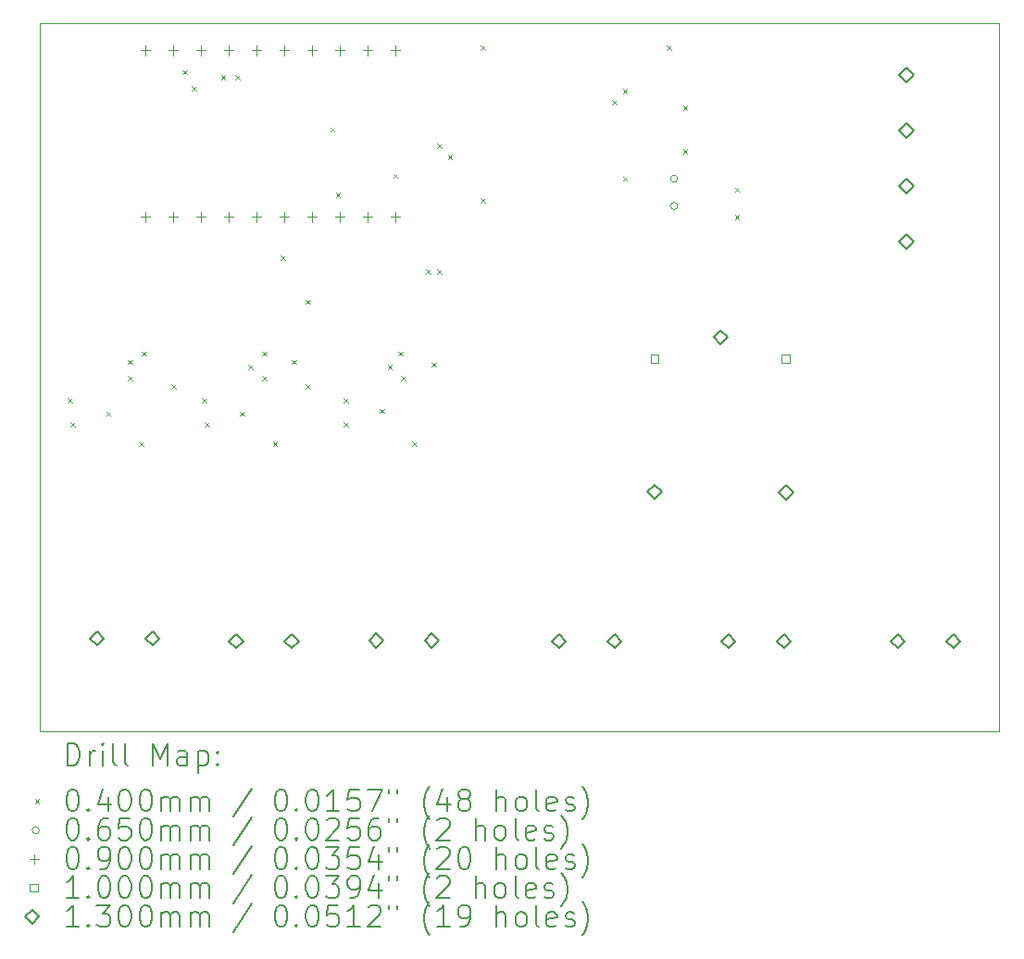
<source format=gbr>
%TF.GenerationSoftware,KiCad,Pcbnew,(6.0.9)*%
%TF.CreationDate,2023-01-04T20:07:10-05:00*%
%TF.ProjectId,Hardware-TinyPicoLoRaTrailer,48617264-7761-4726-952d-54696e795069,rev?*%
%TF.SameCoordinates,Original*%
%TF.FileFunction,Drillmap*%
%TF.FilePolarity,Positive*%
%FSLAX45Y45*%
G04 Gerber Fmt 4.5, Leading zero omitted, Abs format (unit mm)*
G04 Created by KiCad (PCBNEW (6.0.9)) date 2023-01-04 20:07:10*
%MOMM*%
%LPD*%
G01*
G04 APERTURE LIST*
%ADD10C,0.100000*%
%ADD11C,0.200000*%
%ADD12C,0.040000*%
%ADD13C,0.065000*%
%ADD14C,0.090000*%
%ADD15C,0.130000*%
G04 APERTURE END LIST*
D10*
X5825000Y-13500000D02*
X14600000Y-13500000D01*
X14600000Y-13500000D02*
X14600000Y-7025000D01*
X14600000Y-7025000D02*
X5825000Y-7025000D01*
X5825000Y-7025000D02*
X5825000Y-13500000D01*
D11*
D12*
X6080000Y-10455000D02*
X6120000Y-10495000D01*
X6120000Y-10455000D02*
X6080000Y-10495000D01*
X6105000Y-10680000D02*
X6145000Y-10720000D01*
X6145000Y-10680000D02*
X6105000Y-10720000D01*
X6430000Y-10580000D02*
X6470000Y-10620000D01*
X6470000Y-10580000D02*
X6430000Y-10620000D01*
X6630000Y-10105000D02*
X6670000Y-10145000D01*
X6670000Y-10105000D02*
X6630000Y-10145000D01*
X6630000Y-10255000D02*
X6670000Y-10295000D01*
X6670000Y-10255000D02*
X6630000Y-10295000D01*
X6730035Y-10855000D02*
X6770035Y-10895000D01*
X6770035Y-10855000D02*
X6730035Y-10895000D01*
X6755000Y-10030000D02*
X6795000Y-10070000D01*
X6795000Y-10030000D02*
X6755000Y-10070000D01*
X7030000Y-10330000D02*
X7070000Y-10370000D01*
X7070000Y-10330000D02*
X7030000Y-10370000D01*
X7130000Y-7455000D02*
X7170000Y-7495000D01*
X7170000Y-7455000D02*
X7130000Y-7495000D01*
X7211250Y-7603770D02*
X7251250Y-7643770D01*
X7251250Y-7603770D02*
X7211250Y-7643770D01*
X7305000Y-10455000D02*
X7345000Y-10495000D01*
X7345000Y-10455000D02*
X7305000Y-10495000D01*
X7330000Y-10680000D02*
X7370000Y-10720000D01*
X7370000Y-10680000D02*
X7330000Y-10720000D01*
X7480000Y-7505000D02*
X7520000Y-7545000D01*
X7520000Y-7505000D02*
X7480000Y-7545000D01*
X7611250Y-7505000D02*
X7651250Y-7545000D01*
X7651250Y-7505000D02*
X7611250Y-7545000D01*
X7655000Y-10580000D02*
X7695000Y-10620000D01*
X7695000Y-10580000D02*
X7655000Y-10620000D01*
X7730000Y-10155000D02*
X7770000Y-10195000D01*
X7770000Y-10155000D02*
X7730000Y-10195000D01*
X7855000Y-10030000D02*
X7895000Y-10070000D01*
X7895000Y-10030000D02*
X7855000Y-10070000D01*
X7855000Y-10255000D02*
X7895000Y-10295000D01*
X7895000Y-10255000D02*
X7855000Y-10295000D01*
X7955000Y-10855000D02*
X7995000Y-10895000D01*
X7995000Y-10855000D02*
X7955000Y-10895000D01*
X8030000Y-9155000D02*
X8070000Y-9195000D01*
X8070000Y-9155000D02*
X8030000Y-9195000D01*
X8130000Y-10105000D02*
X8170000Y-10145000D01*
X8170000Y-10105000D02*
X8130000Y-10145000D01*
X8255000Y-9555000D02*
X8295000Y-9595000D01*
X8295000Y-9555000D02*
X8255000Y-9595000D01*
X8255000Y-10330000D02*
X8295000Y-10370000D01*
X8295000Y-10330000D02*
X8255000Y-10370000D01*
X8480000Y-7980000D02*
X8520000Y-8020000D01*
X8520000Y-7980000D02*
X8480000Y-8020000D01*
X8530000Y-8580000D02*
X8570000Y-8620000D01*
X8570000Y-8580000D02*
X8530000Y-8620000D01*
X8605000Y-10455000D02*
X8645000Y-10495000D01*
X8645000Y-10455000D02*
X8605000Y-10495000D01*
X8605000Y-10680000D02*
X8645000Y-10720000D01*
X8645000Y-10680000D02*
X8605000Y-10720000D01*
X8930000Y-10555000D02*
X8970000Y-10595000D01*
X8970000Y-10555000D02*
X8930000Y-10595000D01*
X9005000Y-10155000D02*
X9045000Y-10195000D01*
X9045000Y-10155000D02*
X9005000Y-10195000D01*
X9055000Y-8405000D02*
X9095000Y-8445000D01*
X9095000Y-8405000D02*
X9055000Y-8445000D01*
X9105000Y-10030000D02*
X9145000Y-10070000D01*
X9145000Y-10030000D02*
X9105000Y-10070000D01*
X9130000Y-10255000D02*
X9170000Y-10295000D01*
X9170000Y-10255000D02*
X9130000Y-10295000D01*
X9230000Y-10855000D02*
X9270000Y-10895000D01*
X9270000Y-10855000D02*
X9230000Y-10895000D01*
X9355000Y-9280000D02*
X9395000Y-9320000D01*
X9395000Y-9280000D02*
X9355000Y-9320000D01*
X9405000Y-10130000D02*
X9445000Y-10170000D01*
X9445000Y-10130000D02*
X9405000Y-10170000D01*
X9455000Y-8130000D02*
X9495000Y-8170000D01*
X9495000Y-8130000D02*
X9455000Y-8170000D01*
X9455000Y-9280000D02*
X9495000Y-9320000D01*
X9495000Y-9280000D02*
X9455000Y-9320000D01*
X9555000Y-8230000D02*
X9595000Y-8270000D01*
X9595000Y-8230000D02*
X9555000Y-8270000D01*
X9855000Y-7230000D02*
X9895000Y-7270000D01*
X9895000Y-7230000D02*
X9855000Y-7270000D01*
X9855000Y-8630000D02*
X9895000Y-8670000D01*
X9895000Y-8630000D02*
X9855000Y-8670000D01*
X11055000Y-7730000D02*
X11095000Y-7770000D01*
X11095000Y-7730000D02*
X11055000Y-7770000D01*
X11155000Y-7630000D02*
X11195000Y-7670000D01*
X11195000Y-7630000D02*
X11155000Y-7670000D01*
X11155000Y-8430000D02*
X11195000Y-8470000D01*
X11195000Y-8430000D02*
X11155000Y-8470000D01*
X11555000Y-7230000D02*
X11595000Y-7270000D01*
X11595000Y-7230000D02*
X11555000Y-7270000D01*
X11705000Y-7780000D02*
X11745000Y-7820000D01*
X11745000Y-7780000D02*
X11705000Y-7820000D01*
X11705000Y-8180000D02*
X11745000Y-8220000D01*
X11745000Y-8180000D02*
X11705000Y-8220000D01*
X12180000Y-8530000D02*
X12220000Y-8570000D01*
X12220000Y-8530000D02*
X12180000Y-8570000D01*
X12180000Y-8780000D02*
X12220000Y-8820000D01*
X12220000Y-8780000D02*
X12180000Y-8820000D01*
D13*
X11657500Y-8450000D02*
G75*
G03*
X11657500Y-8450000I-32500J0D01*
G01*
X11657500Y-8700000D02*
G75*
G03*
X11657500Y-8700000I-32500J0D01*
G01*
D14*
X6790250Y-7229500D02*
X6790250Y-7319500D01*
X6745250Y-7274500D02*
X6835250Y-7274500D01*
X6790250Y-8753500D02*
X6790250Y-8843500D01*
X6745250Y-8798500D02*
X6835250Y-8798500D01*
X7044250Y-7229500D02*
X7044250Y-7319500D01*
X6999250Y-7274500D02*
X7089250Y-7274500D01*
X7044250Y-8753500D02*
X7044250Y-8843500D01*
X6999250Y-8798500D02*
X7089250Y-8798500D01*
X7298250Y-7229500D02*
X7298250Y-7319500D01*
X7253250Y-7274500D02*
X7343250Y-7274500D01*
X7298250Y-8753500D02*
X7298250Y-8843500D01*
X7253250Y-8798500D02*
X7343250Y-8798500D01*
X7552250Y-7229500D02*
X7552250Y-7319500D01*
X7507250Y-7274500D02*
X7597250Y-7274500D01*
X7552250Y-8753500D02*
X7552250Y-8843500D01*
X7507250Y-8798500D02*
X7597250Y-8798500D01*
X7806250Y-7229500D02*
X7806250Y-7319500D01*
X7761250Y-7274500D02*
X7851250Y-7274500D01*
X7806250Y-8753500D02*
X7806250Y-8843500D01*
X7761250Y-8798500D02*
X7851250Y-8798500D01*
X8060250Y-7229500D02*
X8060250Y-7319500D01*
X8015250Y-7274500D02*
X8105250Y-7274500D01*
X8060250Y-8753500D02*
X8060250Y-8843500D01*
X8015250Y-8798500D02*
X8105250Y-8798500D01*
X8314250Y-7229500D02*
X8314250Y-7319500D01*
X8269250Y-7274500D02*
X8359250Y-7274500D01*
X8314250Y-8753500D02*
X8314250Y-8843500D01*
X8269250Y-8798500D02*
X8359250Y-8798500D01*
X8568250Y-7229500D02*
X8568250Y-7319500D01*
X8523250Y-7274500D02*
X8613250Y-7274500D01*
X8568250Y-8753500D02*
X8568250Y-8843500D01*
X8523250Y-8798500D02*
X8613250Y-8798500D01*
X8822250Y-7229500D02*
X8822250Y-7319500D01*
X8777250Y-7274500D02*
X8867250Y-7274500D01*
X8822250Y-8753500D02*
X8822250Y-8843500D01*
X8777250Y-8798500D02*
X8867250Y-8798500D01*
X9076250Y-7229500D02*
X9076250Y-7319500D01*
X9031250Y-7274500D02*
X9121250Y-7274500D01*
X9076250Y-8753500D02*
X9076250Y-8843500D01*
X9031250Y-8798500D02*
X9121250Y-8798500D01*
D10*
X11480356Y-10130356D02*
X11480356Y-10059644D01*
X11409644Y-10059644D01*
X11409644Y-10130356D01*
X11480356Y-10130356D01*
X12680356Y-10130356D02*
X12680356Y-10059644D01*
X12609644Y-10059644D01*
X12609644Y-10130356D01*
X12680356Y-10130356D01*
D15*
X6345500Y-12720500D02*
X6410500Y-12655500D01*
X6345500Y-12590500D01*
X6280500Y-12655500D01*
X6345500Y-12720500D01*
X6853500Y-12720500D02*
X6918500Y-12655500D01*
X6853500Y-12590500D01*
X6788500Y-12655500D01*
X6853500Y-12720500D01*
X7620500Y-12745500D02*
X7685500Y-12680500D01*
X7620500Y-12615500D01*
X7555500Y-12680500D01*
X7620500Y-12745500D01*
X8128500Y-12745500D02*
X8193500Y-12680500D01*
X8128500Y-12615500D01*
X8063500Y-12680500D01*
X8128500Y-12745500D01*
X8900000Y-12740000D02*
X8965000Y-12675000D01*
X8900000Y-12610000D01*
X8835000Y-12675000D01*
X8900000Y-12740000D01*
X9408000Y-12740000D02*
X9473000Y-12675000D01*
X9408000Y-12610000D01*
X9343000Y-12675000D01*
X9408000Y-12740000D01*
X10570500Y-12745500D02*
X10635500Y-12680500D01*
X10570500Y-12615500D01*
X10505500Y-12680500D01*
X10570500Y-12745500D01*
X11078500Y-12745500D02*
X11143500Y-12680500D01*
X11078500Y-12615500D01*
X11013500Y-12680500D01*
X11078500Y-12745500D01*
X11445000Y-11380000D02*
X11510000Y-11315000D01*
X11445000Y-11250000D01*
X11380000Y-11315000D01*
X11445000Y-11380000D01*
X12050000Y-9965000D02*
X12115000Y-9900000D01*
X12050000Y-9835000D01*
X11985000Y-9900000D01*
X12050000Y-9965000D01*
X12120500Y-12745500D02*
X12185500Y-12680500D01*
X12120500Y-12615500D01*
X12055500Y-12680500D01*
X12120500Y-12745500D01*
X12628500Y-12745500D02*
X12693500Y-12680500D01*
X12628500Y-12615500D01*
X12563500Y-12680500D01*
X12628500Y-12745500D01*
X12650000Y-11385000D02*
X12715000Y-11320000D01*
X12650000Y-11255000D01*
X12585000Y-11320000D01*
X12650000Y-11385000D01*
X13670500Y-12745500D02*
X13735500Y-12680500D01*
X13670500Y-12615500D01*
X13605500Y-12680500D01*
X13670500Y-12745500D01*
X13750000Y-7566000D02*
X13815000Y-7501000D01*
X13750000Y-7436000D01*
X13685000Y-7501000D01*
X13750000Y-7566000D01*
X13750000Y-8074000D02*
X13815000Y-8009000D01*
X13750000Y-7944000D01*
X13685000Y-8009000D01*
X13750000Y-8074000D01*
X13750000Y-8582000D02*
X13815000Y-8517000D01*
X13750000Y-8452000D01*
X13685000Y-8517000D01*
X13750000Y-8582000D01*
X13750000Y-9090000D02*
X13815000Y-9025000D01*
X13750000Y-8960000D01*
X13685000Y-9025000D01*
X13750000Y-9090000D01*
X14178500Y-12745500D02*
X14243500Y-12680500D01*
X14178500Y-12615500D01*
X14113500Y-12680500D01*
X14178500Y-12745500D01*
D11*
X6077619Y-13815476D02*
X6077619Y-13615476D01*
X6125238Y-13615476D01*
X6153809Y-13625000D01*
X6172857Y-13644048D01*
X6182381Y-13663095D01*
X6191905Y-13701190D01*
X6191905Y-13729762D01*
X6182381Y-13767857D01*
X6172857Y-13786905D01*
X6153809Y-13805952D01*
X6125238Y-13815476D01*
X6077619Y-13815476D01*
X6277619Y-13815476D02*
X6277619Y-13682143D01*
X6277619Y-13720238D02*
X6287143Y-13701190D01*
X6296667Y-13691667D01*
X6315714Y-13682143D01*
X6334762Y-13682143D01*
X6401428Y-13815476D02*
X6401428Y-13682143D01*
X6401428Y-13615476D02*
X6391905Y-13625000D01*
X6401428Y-13634524D01*
X6410952Y-13625000D01*
X6401428Y-13615476D01*
X6401428Y-13634524D01*
X6525238Y-13815476D02*
X6506190Y-13805952D01*
X6496667Y-13786905D01*
X6496667Y-13615476D01*
X6630000Y-13815476D02*
X6610952Y-13805952D01*
X6601428Y-13786905D01*
X6601428Y-13615476D01*
X6858571Y-13815476D02*
X6858571Y-13615476D01*
X6925238Y-13758333D01*
X6991905Y-13615476D01*
X6991905Y-13815476D01*
X7172857Y-13815476D02*
X7172857Y-13710714D01*
X7163333Y-13691667D01*
X7144286Y-13682143D01*
X7106190Y-13682143D01*
X7087143Y-13691667D01*
X7172857Y-13805952D02*
X7153809Y-13815476D01*
X7106190Y-13815476D01*
X7087143Y-13805952D01*
X7077619Y-13786905D01*
X7077619Y-13767857D01*
X7087143Y-13748809D01*
X7106190Y-13739286D01*
X7153809Y-13739286D01*
X7172857Y-13729762D01*
X7268095Y-13682143D02*
X7268095Y-13882143D01*
X7268095Y-13691667D02*
X7287143Y-13682143D01*
X7325238Y-13682143D01*
X7344286Y-13691667D01*
X7353809Y-13701190D01*
X7363333Y-13720238D01*
X7363333Y-13777381D01*
X7353809Y-13796428D01*
X7344286Y-13805952D01*
X7325238Y-13815476D01*
X7287143Y-13815476D01*
X7268095Y-13805952D01*
X7449048Y-13796428D02*
X7458571Y-13805952D01*
X7449048Y-13815476D01*
X7439524Y-13805952D01*
X7449048Y-13796428D01*
X7449048Y-13815476D01*
X7449048Y-13691667D02*
X7458571Y-13701190D01*
X7449048Y-13710714D01*
X7439524Y-13701190D01*
X7449048Y-13691667D01*
X7449048Y-13710714D01*
D12*
X5780000Y-14125000D02*
X5820000Y-14165000D01*
X5820000Y-14125000D02*
X5780000Y-14165000D01*
D11*
X6115714Y-14035476D02*
X6134762Y-14035476D01*
X6153809Y-14045000D01*
X6163333Y-14054524D01*
X6172857Y-14073571D01*
X6182381Y-14111667D01*
X6182381Y-14159286D01*
X6172857Y-14197381D01*
X6163333Y-14216428D01*
X6153809Y-14225952D01*
X6134762Y-14235476D01*
X6115714Y-14235476D01*
X6096667Y-14225952D01*
X6087143Y-14216428D01*
X6077619Y-14197381D01*
X6068095Y-14159286D01*
X6068095Y-14111667D01*
X6077619Y-14073571D01*
X6087143Y-14054524D01*
X6096667Y-14045000D01*
X6115714Y-14035476D01*
X6268095Y-14216428D02*
X6277619Y-14225952D01*
X6268095Y-14235476D01*
X6258571Y-14225952D01*
X6268095Y-14216428D01*
X6268095Y-14235476D01*
X6449048Y-14102143D02*
X6449048Y-14235476D01*
X6401428Y-14025952D02*
X6353809Y-14168809D01*
X6477619Y-14168809D01*
X6591905Y-14035476D02*
X6610952Y-14035476D01*
X6630000Y-14045000D01*
X6639524Y-14054524D01*
X6649048Y-14073571D01*
X6658571Y-14111667D01*
X6658571Y-14159286D01*
X6649048Y-14197381D01*
X6639524Y-14216428D01*
X6630000Y-14225952D01*
X6610952Y-14235476D01*
X6591905Y-14235476D01*
X6572857Y-14225952D01*
X6563333Y-14216428D01*
X6553809Y-14197381D01*
X6544286Y-14159286D01*
X6544286Y-14111667D01*
X6553809Y-14073571D01*
X6563333Y-14054524D01*
X6572857Y-14045000D01*
X6591905Y-14035476D01*
X6782381Y-14035476D02*
X6801428Y-14035476D01*
X6820476Y-14045000D01*
X6830000Y-14054524D01*
X6839524Y-14073571D01*
X6849048Y-14111667D01*
X6849048Y-14159286D01*
X6839524Y-14197381D01*
X6830000Y-14216428D01*
X6820476Y-14225952D01*
X6801428Y-14235476D01*
X6782381Y-14235476D01*
X6763333Y-14225952D01*
X6753809Y-14216428D01*
X6744286Y-14197381D01*
X6734762Y-14159286D01*
X6734762Y-14111667D01*
X6744286Y-14073571D01*
X6753809Y-14054524D01*
X6763333Y-14045000D01*
X6782381Y-14035476D01*
X6934762Y-14235476D02*
X6934762Y-14102143D01*
X6934762Y-14121190D02*
X6944286Y-14111667D01*
X6963333Y-14102143D01*
X6991905Y-14102143D01*
X7010952Y-14111667D01*
X7020476Y-14130714D01*
X7020476Y-14235476D01*
X7020476Y-14130714D02*
X7030000Y-14111667D01*
X7049048Y-14102143D01*
X7077619Y-14102143D01*
X7096667Y-14111667D01*
X7106190Y-14130714D01*
X7106190Y-14235476D01*
X7201428Y-14235476D02*
X7201428Y-14102143D01*
X7201428Y-14121190D02*
X7210952Y-14111667D01*
X7230000Y-14102143D01*
X7258571Y-14102143D01*
X7277619Y-14111667D01*
X7287143Y-14130714D01*
X7287143Y-14235476D01*
X7287143Y-14130714D02*
X7296667Y-14111667D01*
X7315714Y-14102143D01*
X7344286Y-14102143D01*
X7363333Y-14111667D01*
X7372857Y-14130714D01*
X7372857Y-14235476D01*
X7763333Y-14025952D02*
X7591905Y-14283095D01*
X8020476Y-14035476D02*
X8039524Y-14035476D01*
X8058571Y-14045000D01*
X8068095Y-14054524D01*
X8077619Y-14073571D01*
X8087143Y-14111667D01*
X8087143Y-14159286D01*
X8077619Y-14197381D01*
X8068095Y-14216428D01*
X8058571Y-14225952D01*
X8039524Y-14235476D01*
X8020476Y-14235476D01*
X8001428Y-14225952D01*
X7991905Y-14216428D01*
X7982381Y-14197381D01*
X7972857Y-14159286D01*
X7972857Y-14111667D01*
X7982381Y-14073571D01*
X7991905Y-14054524D01*
X8001428Y-14045000D01*
X8020476Y-14035476D01*
X8172857Y-14216428D02*
X8182381Y-14225952D01*
X8172857Y-14235476D01*
X8163333Y-14225952D01*
X8172857Y-14216428D01*
X8172857Y-14235476D01*
X8306190Y-14035476D02*
X8325238Y-14035476D01*
X8344286Y-14045000D01*
X8353809Y-14054524D01*
X8363333Y-14073571D01*
X8372857Y-14111667D01*
X8372857Y-14159286D01*
X8363333Y-14197381D01*
X8353809Y-14216428D01*
X8344286Y-14225952D01*
X8325238Y-14235476D01*
X8306190Y-14235476D01*
X8287143Y-14225952D01*
X8277619Y-14216428D01*
X8268095Y-14197381D01*
X8258571Y-14159286D01*
X8258571Y-14111667D01*
X8268095Y-14073571D01*
X8277619Y-14054524D01*
X8287143Y-14045000D01*
X8306190Y-14035476D01*
X8563333Y-14235476D02*
X8449048Y-14235476D01*
X8506190Y-14235476D02*
X8506190Y-14035476D01*
X8487143Y-14064048D01*
X8468095Y-14083095D01*
X8449048Y-14092619D01*
X8744286Y-14035476D02*
X8649048Y-14035476D01*
X8639524Y-14130714D01*
X8649048Y-14121190D01*
X8668095Y-14111667D01*
X8715714Y-14111667D01*
X8734762Y-14121190D01*
X8744286Y-14130714D01*
X8753810Y-14149762D01*
X8753810Y-14197381D01*
X8744286Y-14216428D01*
X8734762Y-14225952D01*
X8715714Y-14235476D01*
X8668095Y-14235476D01*
X8649048Y-14225952D01*
X8639524Y-14216428D01*
X8820476Y-14035476D02*
X8953810Y-14035476D01*
X8868095Y-14235476D01*
X9020476Y-14035476D02*
X9020476Y-14073571D01*
X9096667Y-14035476D02*
X9096667Y-14073571D01*
X9391905Y-14311667D02*
X9382381Y-14302143D01*
X9363333Y-14273571D01*
X9353810Y-14254524D01*
X9344286Y-14225952D01*
X9334762Y-14178333D01*
X9334762Y-14140238D01*
X9344286Y-14092619D01*
X9353810Y-14064048D01*
X9363333Y-14045000D01*
X9382381Y-14016428D01*
X9391905Y-14006905D01*
X9553810Y-14102143D02*
X9553810Y-14235476D01*
X9506190Y-14025952D02*
X9458571Y-14168809D01*
X9582381Y-14168809D01*
X9687143Y-14121190D02*
X9668095Y-14111667D01*
X9658571Y-14102143D01*
X9649048Y-14083095D01*
X9649048Y-14073571D01*
X9658571Y-14054524D01*
X9668095Y-14045000D01*
X9687143Y-14035476D01*
X9725238Y-14035476D01*
X9744286Y-14045000D01*
X9753810Y-14054524D01*
X9763333Y-14073571D01*
X9763333Y-14083095D01*
X9753810Y-14102143D01*
X9744286Y-14111667D01*
X9725238Y-14121190D01*
X9687143Y-14121190D01*
X9668095Y-14130714D01*
X9658571Y-14140238D01*
X9649048Y-14159286D01*
X9649048Y-14197381D01*
X9658571Y-14216428D01*
X9668095Y-14225952D01*
X9687143Y-14235476D01*
X9725238Y-14235476D01*
X9744286Y-14225952D01*
X9753810Y-14216428D01*
X9763333Y-14197381D01*
X9763333Y-14159286D01*
X9753810Y-14140238D01*
X9744286Y-14130714D01*
X9725238Y-14121190D01*
X10001429Y-14235476D02*
X10001429Y-14035476D01*
X10087143Y-14235476D02*
X10087143Y-14130714D01*
X10077619Y-14111667D01*
X10058571Y-14102143D01*
X10030000Y-14102143D01*
X10010952Y-14111667D01*
X10001429Y-14121190D01*
X10210952Y-14235476D02*
X10191905Y-14225952D01*
X10182381Y-14216428D01*
X10172857Y-14197381D01*
X10172857Y-14140238D01*
X10182381Y-14121190D01*
X10191905Y-14111667D01*
X10210952Y-14102143D01*
X10239524Y-14102143D01*
X10258571Y-14111667D01*
X10268095Y-14121190D01*
X10277619Y-14140238D01*
X10277619Y-14197381D01*
X10268095Y-14216428D01*
X10258571Y-14225952D01*
X10239524Y-14235476D01*
X10210952Y-14235476D01*
X10391905Y-14235476D02*
X10372857Y-14225952D01*
X10363333Y-14206905D01*
X10363333Y-14035476D01*
X10544286Y-14225952D02*
X10525238Y-14235476D01*
X10487143Y-14235476D01*
X10468095Y-14225952D01*
X10458571Y-14206905D01*
X10458571Y-14130714D01*
X10468095Y-14111667D01*
X10487143Y-14102143D01*
X10525238Y-14102143D01*
X10544286Y-14111667D01*
X10553810Y-14130714D01*
X10553810Y-14149762D01*
X10458571Y-14168809D01*
X10630000Y-14225952D02*
X10649048Y-14235476D01*
X10687143Y-14235476D01*
X10706190Y-14225952D01*
X10715714Y-14206905D01*
X10715714Y-14197381D01*
X10706190Y-14178333D01*
X10687143Y-14168809D01*
X10658571Y-14168809D01*
X10639524Y-14159286D01*
X10630000Y-14140238D01*
X10630000Y-14130714D01*
X10639524Y-14111667D01*
X10658571Y-14102143D01*
X10687143Y-14102143D01*
X10706190Y-14111667D01*
X10782381Y-14311667D02*
X10791905Y-14302143D01*
X10810952Y-14273571D01*
X10820476Y-14254524D01*
X10830000Y-14225952D01*
X10839524Y-14178333D01*
X10839524Y-14140238D01*
X10830000Y-14092619D01*
X10820476Y-14064048D01*
X10810952Y-14045000D01*
X10791905Y-14016428D01*
X10782381Y-14006905D01*
D13*
X5820000Y-14409000D02*
G75*
G03*
X5820000Y-14409000I-32500J0D01*
G01*
D11*
X6115714Y-14299476D02*
X6134762Y-14299476D01*
X6153809Y-14309000D01*
X6163333Y-14318524D01*
X6172857Y-14337571D01*
X6182381Y-14375667D01*
X6182381Y-14423286D01*
X6172857Y-14461381D01*
X6163333Y-14480428D01*
X6153809Y-14489952D01*
X6134762Y-14499476D01*
X6115714Y-14499476D01*
X6096667Y-14489952D01*
X6087143Y-14480428D01*
X6077619Y-14461381D01*
X6068095Y-14423286D01*
X6068095Y-14375667D01*
X6077619Y-14337571D01*
X6087143Y-14318524D01*
X6096667Y-14309000D01*
X6115714Y-14299476D01*
X6268095Y-14480428D02*
X6277619Y-14489952D01*
X6268095Y-14499476D01*
X6258571Y-14489952D01*
X6268095Y-14480428D01*
X6268095Y-14499476D01*
X6449048Y-14299476D02*
X6410952Y-14299476D01*
X6391905Y-14309000D01*
X6382381Y-14318524D01*
X6363333Y-14347095D01*
X6353809Y-14385190D01*
X6353809Y-14461381D01*
X6363333Y-14480428D01*
X6372857Y-14489952D01*
X6391905Y-14499476D01*
X6430000Y-14499476D01*
X6449048Y-14489952D01*
X6458571Y-14480428D01*
X6468095Y-14461381D01*
X6468095Y-14413762D01*
X6458571Y-14394714D01*
X6449048Y-14385190D01*
X6430000Y-14375667D01*
X6391905Y-14375667D01*
X6372857Y-14385190D01*
X6363333Y-14394714D01*
X6353809Y-14413762D01*
X6649048Y-14299476D02*
X6553809Y-14299476D01*
X6544286Y-14394714D01*
X6553809Y-14385190D01*
X6572857Y-14375667D01*
X6620476Y-14375667D01*
X6639524Y-14385190D01*
X6649048Y-14394714D01*
X6658571Y-14413762D01*
X6658571Y-14461381D01*
X6649048Y-14480428D01*
X6639524Y-14489952D01*
X6620476Y-14499476D01*
X6572857Y-14499476D01*
X6553809Y-14489952D01*
X6544286Y-14480428D01*
X6782381Y-14299476D02*
X6801428Y-14299476D01*
X6820476Y-14309000D01*
X6830000Y-14318524D01*
X6839524Y-14337571D01*
X6849048Y-14375667D01*
X6849048Y-14423286D01*
X6839524Y-14461381D01*
X6830000Y-14480428D01*
X6820476Y-14489952D01*
X6801428Y-14499476D01*
X6782381Y-14499476D01*
X6763333Y-14489952D01*
X6753809Y-14480428D01*
X6744286Y-14461381D01*
X6734762Y-14423286D01*
X6734762Y-14375667D01*
X6744286Y-14337571D01*
X6753809Y-14318524D01*
X6763333Y-14309000D01*
X6782381Y-14299476D01*
X6934762Y-14499476D02*
X6934762Y-14366143D01*
X6934762Y-14385190D02*
X6944286Y-14375667D01*
X6963333Y-14366143D01*
X6991905Y-14366143D01*
X7010952Y-14375667D01*
X7020476Y-14394714D01*
X7020476Y-14499476D01*
X7020476Y-14394714D02*
X7030000Y-14375667D01*
X7049048Y-14366143D01*
X7077619Y-14366143D01*
X7096667Y-14375667D01*
X7106190Y-14394714D01*
X7106190Y-14499476D01*
X7201428Y-14499476D02*
X7201428Y-14366143D01*
X7201428Y-14385190D02*
X7210952Y-14375667D01*
X7230000Y-14366143D01*
X7258571Y-14366143D01*
X7277619Y-14375667D01*
X7287143Y-14394714D01*
X7287143Y-14499476D01*
X7287143Y-14394714D02*
X7296667Y-14375667D01*
X7315714Y-14366143D01*
X7344286Y-14366143D01*
X7363333Y-14375667D01*
X7372857Y-14394714D01*
X7372857Y-14499476D01*
X7763333Y-14289952D02*
X7591905Y-14547095D01*
X8020476Y-14299476D02*
X8039524Y-14299476D01*
X8058571Y-14309000D01*
X8068095Y-14318524D01*
X8077619Y-14337571D01*
X8087143Y-14375667D01*
X8087143Y-14423286D01*
X8077619Y-14461381D01*
X8068095Y-14480428D01*
X8058571Y-14489952D01*
X8039524Y-14499476D01*
X8020476Y-14499476D01*
X8001428Y-14489952D01*
X7991905Y-14480428D01*
X7982381Y-14461381D01*
X7972857Y-14423286D01*
X7972857Y-14375667D01*
X7982381Y-14337571D01*
X7991905Y-14318524D01*
X8001428Y-14309000D01*
X8020476Y-14299476D01*
X8172857Y-14480428D02*
X8182381Y-14489952D01*
X8172857Y-14499476D01*
X8163333Y-14489952D01*
X8172857Y-14480428D01*
X8172857Y-14499476D01*
X8306190Y-14299476D02*
X8325238Y-14299476D01*
X8344286Y-14309000D01*
X8353809Y-14318524D01*
X8363333Y-14337571D01*
X8372857Y-14375667D01*
X8372857Y-14423286D01*
X8363333Y-14461381D01*
X8353809Y-14480428D01*
X8344286Y-14489952D01*
X8325238Y-14499476D01*
X8306190Y-14499476D01*
X8287143Y-14489952D01*
X8277619Y-14480428D01*
X8268095Y-14461381D01*
X8258571Y-14423286D01*
X8258571Y-14375667D01*
X8268095Y-14337571D01*
X8277619Y-14318524D01*
X8287143Y-14309000D01*
X8306190Y-14299476D01*
X8449048Y-14318524D02*
X8458571Y-14309000D01*
X8477619Y-14299476D01*
X8525238Y-14299476D01*
X8544286Y-14309000D01*
X8553810Y-14318524D01*
X8563333Y-14337571D01*
X8563333Y-14356619D01*
X8553810Y-14385190D01*
X8439524Y-14499476D01*
X8563333Y-14499476D01*
X8744286Y-14299476D02*
X8649048Y-14299476D01*
X8639524Y-14394714D01*
X8649048Y-14385190D01*
X8668095Y-14375667D01*
X8715714Y-14375667D01*
X8734762Y-14385190D01*
X8744286Y-14394714D01*
X8753810Y-14413762D01*
X8753810Y-14461381D01*
X8744286Y-14480428D01*
X8734762Y-14489952D01*
X8715714Y-14499476D01*
X8668095Y-14499476D01*
X8649048Y-14489952D01*
X8639524Y-14480428D01*
X8925238Y-14299476D02*
X8887143Y-14299476D01*
X8868095Y-14309000D01*
X8858571Y-14318524D01*
X8839524Y-14347095D01*
X8830000Y-14385190D01*
X8830000Y-14461381D01*
X8839524Y-14480428D01*
X8849048Y-14489952D01*
X8868095Y-14499476D01*
X8906190Y-14499476D01*
X8925238Y-14489952D01*
X8934762Y-14480428D01*
X8944286Y-14461381D01*
X8944286Y-14413762D01*
X8934762Y-14394714D01*
X8925238Y-14385190D01*
X8906190Y-14375667D01*
X8868095Y-14375667D01*
X8849048Y-14385190D01*
X8839524Y-14394714D01*
X8830000Y-14413762D01*
X9020476Y-14299476D02*
X9020476Y-14337571D01*
X9096667Y-14299476D02*
X9096667Y-14337571D01*
X9391905Y-14575667D02*
X9382381Y-14566143D01*
X9363333Y-14537571D01*
X9353810Y-14518524D01*
X9344286Y-14489952D01*
X9334762Y-14442333D01*
X9334762Y-14404238D01*
X9344286Y-14356619D01*
X9353810Y-14328048D01*
X9363333Y-14309000D01*
X9382381Y-14280428D01*
X9391905Y-14270905D01*
X9458571Y-14318524D02*
X9468095Y-14309000D01*
X9487143Y-14299476D01*
X9534762Y-14299476D01*
X9553810Y-14309000D01*
X9563333Y-14318524D01*
X9572857Y-14337571D01*
X9572857Y-14356619D01*
X9563333Y-14385190D01*
X9449048Y-14499476D01*
X9572857Y-14499476D01*
X9810952Y-14499476D02*
X9810952Y-14299476D01*
X9896667Y-14499476D02*
X9896667Y-14394714D01*
X9887143Y-14375667D01*
X9868095Y-14366143D01*
X9839524Y-14366143D01*
X9820476Y-14375667D01*
X9810952Y-14385190D01*
X10020476Y-14499476D02*
X10001429Y-14489952D01*
X9991905Y-14480428D01*
X9982381Y-14461381D01*
X9982381Y-14404238D01*
X9991905Y-14385190D01*
X10001429Y-14375667D01*
X10020476Y-14366143D01*
X10049048Y-14366143D01*
X10068095Y-14375667D01*
X10077619Y-14385190D01*
X10087143Y-14404238D01*
X10087143Y-14461381D01*
X10077619Y-14480428D01*
X10068095Y-14489952D01*
X10049048Y-14499476D01*
X10020476Y-14499476D01*
X10201429Y-14499476D02*
X10182381Y-14489952D01*
X10172857Y-14470905D01*
X10172857Y-14299476D01*
X10353810Y-14489952D02*
X10334762Y-14499476D01*
X10296667Y-14499476D01*
X10277619Y-14489952D01*
X10268095Y-14470905D01*
X10268095Y-14394714D01*
X10277619Y-14375667D01*
X10296667Y-14366143D01*
X10334762Y-14366143D01*
X10353810Y-14375667D01*
X10363333Y-14394714D01*
X10363333Y-14413762D01*
X10268095Y-14432809D01*
X10439524Y-14489952D02*
X10458571Y-14499476D01*
X10496667Y-14499476D01*
X10515714Y-14489952D01*
X10525238Y-14470905D01*
X10525238Y-14461381D01*
X10515714Y-14442333D01*
X10496667Y-14432809D01*
X10468095Y-14432809D01*
X10449048Y-14423286D01*
X10439524Y-14404238D01*
X10439524Y-14394714D01*
X10449048Y-14375667D01*
X10468095Y-14366143D01*
X10496667Y-14366143D01*
X10515714Y-14375667D01*
X10591905Y-14575667D02*
X10601429Y-14566143D01*
X10620476Y-14537571D01*
X10630000Y-14518524D01*
X10639524Y-14489952D01*
X10649048Y-14442333D01*
X10649048Y-14404238D01*
X10639524Y-14356619D01*
X10630000Y-14328048D01*
X10620476Y-14309000D01*
X10601429Y-14280428D01*
X10591905Y-14270905D01*
D14*
X5775000Y-14628000D02*
X5775000Y-14718000D01*
X5730000Y-14673000D02*
X5820000Y-14673000D01*
D11*
X6115714Y-14563476D02*
X6134762Y-14563476D01*
X6153809Y-14573000D01*
X6163333Y-14582524D01*
X6172857Y-14601571D01*
X6182381Y-14639667D01*
X6182381Y-14687286D01*
X6172857Y-14725381D01*
X6163333Y-14744428D01*
X6153809Y-14753952D01*
X6134762Y-14763476D01*
X6115714Y-14763476D01*
X6096667Y-14753952D01*
X6087143Y-14744428D01*
X6077619Y-14725381D01*
X6068095Y-14687286D01*
X6068095Y-14639667D01*
X6077619Y-14601571D01*
X6087143Y-14582524D01*
X6096667Y-14573000D01*
X6115714Y-14563476D01*
X6268095Y-14744428D02*
X6277619Y-14753952D01*
X6268095Y-14763476D01*
X6258571Y-14753952D01*
X6268095Y-14744428D01*
X6268095Y-14763476D01*
X6372857Y-14763476D02*
X6410952Y-14763476D01*
X6430000Y-14753952D01*
X6439524Y-14744428D01*
X6458571Y-14715857D01*
X6468095Y-14677762D01*
X6468095Y-14601571D01*
X6458571Y-14582524D01*
X6449048Y-14573000D01*
X6430000Y-14563476D01*
X6391905Y-14563476D01*
X6372857Y-14573000D01*
X6363333Y-14582524D01*
X6353809Y-14601571D01*
X6353809Y-14649190D01*
X6363333Y-14668238D01*
X6372857Y-14677762D01*
X6391905Y-14687286D01*
X6430000Y-14687286D01*
X6449048Y-14677762D01*
X6458571Y-14668238D01*
X6468095Y-14649190D01*
X6591905Y-14563476D02*
X6610952Y-14563476D01*
X6630000Y-14573000D01*
X6639524Y-14582524D01*
X6649048Y-14601571D01*
X6658571Y-14639667D01*
X6658571Y-14687286D01*
X6649048Y-14725381D01*
X6639524Y-14744428D01*
X6630000Y-14753952D01*
X6610952Y-14763476D01*
X6591905Y-14763476D01*
X6572857Y-14753952D01*
X6563333Y-14744428D01*
X6553809Y-14725381D01*
X6544286Y-14687286D01*
X6544286Y-14639667D01*
X6553809Y-14601571D01*
X6563333Y-14582524D01*
X6572857Y-14573000D01*
X6591905Y-14563476D01*
X6782381Y-14563476D02*
X6801428Y-14563476D01*
X6820476Y-14573000D01*
X6830000Y-14582524D01*
X6839524Y-14601571D01*
X6849048Y-14639667D01*
X6849048Y-14687286D01*
X6839524Y-14725381D01*
X6830000Y-14744428D01*
X6820476Y-14753952D01*
X6801428Y-14763476D01*
X6782381Y-14763476D01*
X6763333Y-14753952D01*
X6753809Y-14744428D01*
X6744286Y-14725381D01*
X6734762Y-14687286D01*
X6734762Y-14639667D01*
X6744286Y-14601571D01*
X6753809Y-14582524D01*
X6763333Y-14573000D01*
X6782381Y-14563476D01*
X6934762Y-14763476D02*
X6934762Y-14630143D01*
X6934762Y-14649190D02*
X6944286Y-14639667D01*
X6963333Y-14630143D01*
X6991905Y-14630143D01*
X7010952Y-14639667D01*
X7020476Y-14658714D01*
X7020476Y-14763476D01*
X7020476Y-14658714D02*
X7030000Y-14639667D01*
X7049048Y-14630143D01*
X7077619Y-14630143D01*
X7096667Y-14639667D01*
X7106190Y-14658714D01*
X7106190Y-14763476D01*
X7201428Y-14763476D02*
X7201428Y-14630143D01*
X7201428Y-14649190D02*
X7210952Y-14639667D01*
X7230000Y-14630143D01*
X7258571Y-14630143D01*
X7277619Y-14639667D01*
X7287143Y-14658714D01*
X7287143Y-14763476D01*
X7287143Y-14658714D02*
X7296667Y-14639667D01*
X7315714Y-14630143D01*
X7344286Y-14630143D01*
X7363333Y-14639667D01*
X7372857Y-14658714D01*
X7372857Y-14763476D01*
X7763333Y-14553952D02*
X7591905Y-14811095D01*
X8020476Y-14563476D02*
X8039524Y-14563476D01*
X8058571Y-14573000D01*
X8068095Y-14582524D01*
X8077619Y-14601571D01*
X8087143Y-14639667D01*
X8087143Y-14687286D01*
X8077619Y-14725381D01*
X8068095Y-14744428D01*
X8058571Y-14753952D01*
X8039524Y-14763476D01*
X8020476Y-14763476D01*
X8001428Y-14753952D01*
X7991905Y-14744428D01*
X7982381Y-14725381D01*
X7972857Y-14687286D01*
X7972857Y-14639667D01*
X7982381Y-14601571D01*
X7991905Y-14582524D01*
X8001428Y-14573000D01*
X8020476Y-14563476D01*
X8172857Y-14744428D02*
X8182381Y-14753952D01*
X8172857Y-14763476D01*
X8163333Y-14753952D01*
X8172857Y-14744428D01*
X8172857Y-14763476D01*
X8306190Y-14563476D02*
X8325238Y-14563476D01*
X8344286Y-14573000D01*
X8353809Y-14582524D01*
X8363333Y-14601571D01*
X8372857Y-14639667D01*
X8372857Y-14687286D01*
X8363333Y-14725381D01*
X8353809Y-14744428D01*
X8344286Y-14753952D01*
X8325238Y-14763476D01*
X8306190Y-14763476D01*
X8287143Y-14753952D01*
X8277619Y-14744428D01*
X8268095Y-14725381D01*
X8258571Y-14687286D01*
X8258571Y-14639667D01*
X8268095Y-14601571D01*
X8277619Y-14582524D01*
X8287143Y-14573000D01*
X8306190Y-14563476D01*
X8439524Y-14563476D02*
X8563333Y-14563476D01*
X8496667Y-14639667D01*
X8525238Y-14639667D01*
X8544286Y-14649190D01*
X8553810Y-14658714D01*
X8563333Y-14677762D01*
X8563333Y-14725381D01*
X8553810Y-14744428D01*
X8544286Y-14753952D01*
X8525238Y-14763476D01*
X8468095Y-14763476D01*
X8449048Y-14753952D01*
X8439524Y-14744428D01*
X8744286Y-14563476D02*
X8649048Y-14563476D01*
X8639524Y-14658714D01*
X8649048Y-14649190D01*
X8668095Y-14639667D01*
X8715714Y-14639667D01*
X8734762Y-14649190D01*
X8744286Y-14658714D01*
X8753810Y-14677762D01*
X8753810Y-14725381D01*
X8744286Y-14744428D01*
X8734762Y-14753952D01*
X8715714Y-14763476D01*
X8668095Y-14763476D01*
X8649048Y-14753952D01*
X8639524Y-14744428D01*
X8925238Y-14630143D02*
X8925238Y-14763476D01*
X8877619Y-14553952D02*
X8830000Y-14696809D01*
X8953810Y-14696809D01*
X9020476Y-14563476D02*
X9020476Y-14601571D01*
X9096667Y-14563476D02*
X9096667Y-14601571D01*
X9391905Y-14839667D02*
X9382381Y-14830143D01*
X9363333Y-14801571D01*
X9353810Y-14782524D01*
X9344286Y-14753952D01*
X9334762Y-14706333D01*
X9334762Y-14668238D01*
X9344286Y-14620619D01*
X9353810Y-14592048D01*
X9363333Y-14573000D01*
X9382381Y-14544428D01*
X9391905Y-14534905D01*
X9458571Y-14582524D02*
X9468095Y-14573000D01*
X9487143Y-14563476D01*
X9534762Y-14563476D01*
X9553810Y-14573000D01*
X9563333Y-14582524D01*
X9572857Y-14601571D01*
X9572857Y-14620619D01*
X9563333Y-14649190D01*
X9449048Y-14763476D01*
X9572857Y-14763476D01*
X9696667Y-14563476D02*
X9715714Y-14563476D01*
X9734762Y-14573000D01*
X9744286Y-14582524D01*
X9753810Y-14601571D01*
X9763333Y-14639667D01*
X9763333Y-14687286D01*
X9753810Y-14725381D01*
X9744286Y-14744428D01*
X9734762Y-14753952D01*
X9715714Y-14763476D01*
X9696667Y-14763476D01*
X9677619Y-14753952D01*
X9668095Y-14744428D01*
X9658571Y-14725381D01*
X9649048Y-14687286D01*
X9649048Y-14639667D01*
X9658571Y-14601571D01*
X9668095Y-14582524D01*
X9677619Y-14573000D01*
X9696667Y-14563476D01*
X10001429Y-14763476D02*
X10001429Y-14563476D01*
X10087143Y-14763476D02*
X10087143Y-14658714D01*
X10077619Y-14639667D01*
X10058571Y-14630143D01*
X10030000Y-14630143D01*
X10010952Y-14639667D01*
X10001429Y-14649190D01*
X10210952Y-14763476D02*
X10191905Y-14753952D01*
X10182381Y-14744428D01*
X10172857Y-14725381D01*
X10172857Y-14668238D01*
X10182381Y-14649190D01*
X10191905Y-14639667D01*
X10210952Y-14630143D01*
X10239524Y-14630143D01*
X10258571Y-14639667D01*
X10268095Y-14649190D01*
X10277619Y-14668238D01*
X10277619Y-14725381D01*
X10268095Y-14744428D01*
X10258571Y-14753952D01*
X10239524Y-14763476D01*
X10210952Y-14763476D01*
X10391905Y-14763476D02*
X10372857Y-14753952D01*
X10363333Y-14734905D01*
X10363333Y-14563476D01*
X10544286Y-14753952D02*
X10525238Y-14763476D01*
X10487143Y-14763476D01*
X10468095Y-14753952D01*
X10458571Y-14734905D01*
X10458571Y-14658714D01*
X10468095Y-14639667D01*
X10487143Y-14630143D01*
X10525238Y-14630143D01*
X10544286Y-14639667D01*
X10553810Y-14658714D01*
X10553810Y-14677762D01*
X10458571Y-14696809D01*
X10630000Y-14753952D02*
X10649048Y-14763476D01*
X10687143Y-14763476D01*
X10706190Y-14753952D01*
X10715714Y-14734905D01*
X10715714Y-14725381D01*
X10706190Y-14706333D01*
X10687143Y-14696809D01*
X10658571Y-14696809D01*
X10639524Y-14687286D01*
X10630000Y-14668238D01*
X10630000Y-14658714D01*
X10639524Y-14639667D01*
X10658571Y-14630143D01*
X10687143Y-14630143D01*
X10706190Y-14639667D01*
X10782381Y-14839667D02*
X10791905Y-14830143D01*
X10810952Y-14801571D01*
X10820476Y-14782524D01*
X10830000Y-14753952D01*
X10839524Y-14706333D01*
X10839524Y-14668238D01*
X10830000Y-14620619D01*
X10820476Y-14592048D01*
X10810952Y-14573000D01*
X10791905Y-14544428D01*
X10782381Y-14534905D01*
D10*
X5805356Y-14972356D02*
X5805356Y-14901644D01*
X5734644Y-14901644D01*
X5734644Y-14972356D01*
X5805356Y-14972356D01*
D11*
X6182381Y-15027476D02*
X6068095Y-15027476D01*
X6125238Y-15027476D02*
X6125238Y-14827476D01*
X6106190Y-14856048D01*
X6087143Y-14875095D01*
X6068095Y-14884619D01*
X6268095Y-15008428D02*
X6277619Y-15017952D01*
X6268095Y-15027476D01*
X6258571Y-15017952D01*
X6268095Y-15008428D01*
X6268095Y-15027476D01*
X6401428Y-14827476D02*
X6420476Y-14827476D01*
X6439524Y-14837000D01*
X6449048Y-14846524D01*
X6458571Y-14865571D01*
X6468095Y-14903667D01*
X6468095Y-14951286D01*
X6458571Y-14989381D01*
X6449048Y-15008428D01*
X6439524Y-15017952D01*
X6420476Y-15027476D01*
X6401428Y-15027476D01*
X6382381Y-15017952D01*
X6372857Y-15008428D01*
X6363333Y-14989381D01*
X6353809Y-14951286D01*
X6353809Y-14903667D01*
X6363333Y-14865571D01*
X6372857Y-14846524D01*
X6382381Y-14837000D01*
X6401428Y-14827476D01*
X6591905Y-14827476D02*
X6610952Y-14827476D01*
X6630000Y-14837000D01*
X6639524Y-14846524D01*
X6649048Y-14865571D01*
X6658571Y-14903667D01*
X6658571Y-14951286D01*
X6649048Y-14989381D01*
X6639524Y-15008428D01*
X6630000Y-15017952D01*
X6610952Y-15027476D01*
X6591905Y-15027476D01*
X6572857Y-15017952D01*
X6563333Y-15008428D01*
X6553809Y-14989381D01*
X6544286Y-14951286D01*
X6544286Y-14903667D01*
X6553809Y-14865571D01*
X6563333Y-14846524D01*
X6572857Y-14837000D01*
X6591905Y-14827476D01*
X6782381Y-14827476D02*
X6801428Y-14827476D01*
X6820476Y-14837000D01*
X6830000Y-14846524D01*
X6839524Y-14865571D01*
X6849048Y-14903667D01*
X6849048Y-14951286D01*
X6839524Y-14989381D01*
X6830000Y-15008428D01*
X6820476Y-15017952D01*
X6801428Y-15027476D01*
X6782381Y-15027476D01*
X6763333Y-15017952D01*
X6753809Y-15008428D01*
X6744286Y-14989381D01*
X6734762Y-14951286D01*
X6734762Y-14903667D01*
X6744286Y-14865571D01*
X6753809Y-14846524D01*
X6763333Y-14837000D01*
X6782381Y-14827476D01*
X6934762Y-15027476D02*
X6934762Y-14894143D01*
X6934762Y-14913190D02*
X6944286Y-14903667D01*
X6963333Y-14894143D01*
X6991905Y-14894143D01*
X7010952Y-14903667D01*
X7020476Y-14922714D01*
X7020476Y-15027476D01*
X7020476Y-14922714D02*
X7030000Y-14903667D01*
X7049048Y-14894143D01*
X7077619Y-14894143D01*
X7096667Y-14903667D01*
X7106190Y-14922714D01*
X7106190Y-15027476D01*
X7201428Y-15027476D02*
X7201428Y-14894143D01*
X7201428Y-14913190D02*
X7210952Y-14903667D01*
X7230000Y-14894143D01*
X7258571Y-14894143D01*
X7277619Y-14903667D01*
X7287143Y-14922714D01*
X7287143Y-15027476D01*
X7287143Y-14922714D02*
X7296667Y-14903667D01*
X7315714Y-14894143D01*
X7344286Y-14894143D01*
X7363333Y-14903667D01*
X7372857Y-14922714D01*
X7372857Y-15027476D01*
X7763333Y-14817952D02*
X7591905Y-15075095D01*
X8020476Y-14827476D02*
X8039524Y-14827476D01*
X8058571Y-14837000D01*
X8068095Y-14846524D01*
X8077619Y-14865571D01*
X8087143Y-14903667D01*
X8087143Y-14951286D01*
X8077619Y-14989381D01*
X8068095Y-15008428D01*
X8058571Y-15017952D01*
X8039524Y-15027476D01*
X8020476Y-15027476D01*
X8001428Y-15017952D01*
X7991905Y-15008428D01*
X7982381Y-14989381D01*
X7972857Y-14951286D01*
X7972857Y-14903667D01*
X7982381Y-14865571D01*
X7991905Y-14846524D01*
X8001428Y-14837000D01*
X8020476Y-14827476D01*
X8172857Y-15008428D02*
X8182381Y-15017952D01*
X8172857Y-15027476D01*
X8163333Y-15017952D01*
X8172857Y-15008428D01*
X8172857Y-15027476D01*
X8306190Y-14827476D02*
X8325238Y-14827476D01*
X8344286Y-14837000D01*
X8353809Y-14846524D01*
X8363333Y-14865571D01*
X8372857Y-14903667D01*
X8372857Y-14951286D01*
X8363333Y-14989381D01*
X8353809Y-15008428D01*
X8344286Y-15017952D01*
X8325238Y-15027476D01*
X8306190Y-15027476D01*
X8287143Y-15017952D01*
X8277619Y-15008428D01*
X8268095Y-14989381D01*
X8258571Y-14951286D01*
X8258571Y-14903667D01*
X8268095Y-14865571D01*
X8277619Y-14846524D01*
X8287143Y-14837000D01*
X8306190Y-14827476D01*
X8439524Y-14827476D02*
X8563333Y-14827476D01*
X8496667Y-14903667D01*
X8525238Y-14903667D01*
X8544286Y-14913190D01*
X8553810Y-14922714D01*
X8563333Y-14941762D01*
X8563333Y-14989381D01*
X8553810Y-15008428D01*
X8544286Y-15017952D01*
X8525238Y-15027476D01*
X8468095Y-15027476D01*
X8449048Y-15017952D01*
X8439524Y-15008428D01*
X8658571Y-15027476D02*
X8696667Y-15027476D01*
X8715714Y-15017952D01*
X8725238Y-15008428D01*
X8744286Y-14979857D01*
X8753810Y-14941762D01*
X8753810Y-14865571D01*
X8744286Y-14846524D01*
X8734762Y-14837000D01*
X8715714Y-14827476D01*
X8677619Y-14827476D01*
X8658571Y-14837000D01*
X8649048Y-14846524D01*
X8639524Y-14865571D01*
X8639524Y-14913190D01*
X8649048Y-14932238D01*
X8658571Y-14941762D01*
X8677619Y-14951286D01*
X8715714Y-14951286D01*
X8734762Y-14941762D01*
X8744286Y-14932238D01*
X8753810Y-14913190D01*
X8925238Y-14894143D02*
X8925238Y-15027476D01*
X8877619Y-14817952D02*
X8830000Y-14960809D01*
X8953810Y-14960809D01*
X9020476Y-14827476D02*
X9020476Y-14865571D01*
X9096667Y-14827476D02*
X9096667Y-14865571D01*
X9391905Y-15103667D02*
X9382381Y-15094143D01*
X9363333Y-15065571D01*
X9353810Y-15046524D01*
X9344286Y-15017952D01*
X9334762Y-14970333D01*
X9334762Y-14932238D01*
X9344286Y-14884619D01*
X9353810Y-14856048D01*
X9363333Y-14837000D01*
X9382381Y-14808428D01*
X9391905Y-14798905D01*
X9458571Y-14846524D02*
X9468095Y-14837000D01*
X9487143Y-14827476D01*
X9534762Y-14827476D01*
X9553810Y-14837000D01*
X9563333Y-14846524D01*
X9572857Y-14865571D01*
X9572857Y-14884619D01*
X9563333Y-14913190D01*
X9449048Y-15027476D01*
X9572857Y-15027476D01*
X9810952Y-15027476D02*
X9810952Y-14827476D01*
X9896667Y-15027476D02*
X9896667Y-14922714D01*
X9887143Y-14903667D01*
X9868095Y-14894143D01*
X9839524Y-14894143D01*
X9820476Y-14903667D01*
X9810952Y-14913190D01*
X10020476Y-15027476D02*
X10001429Y-15017952D01*
X9991905Y-15008428D01*
X9982381Y-14989381D01*
X9982381Y-14932238D01*
X9991905Y-14913190D01*
X10001429Y-14903667D01*
X10020476Y-14894143D01*
X10049048Y-14894143D01*
X10068095Y-14903667D01*
X10077619Y-14913190D01*
X10087143Y-14932238D01*
X10087143Y-14989381D01*
X10077619Y-15008428D01*
X10068095Y-15017952D01*
X10049048Y-15027476D01*
X10020476Y-15027476D01*
X10201429Y-15027476D02*
X10182381Y-15017952D01*
X10172857Y-14998905D01*
X10172857Y-14827476D01*
X10353810Y-15017952D02*
X10334762Y-15027476D01*
X10296667Y-15027476D01*
X10277619Y-15017952D01*
X10268095Y-14998905D01*
X10268095Y-14922714D01*
X10277619Y-14903667D01*
X10296667Y-14894143D01*
X10334762Y-14894143D01*
X10353810Y-14903667D01*
X10363333Y-14922714D01*
X10363333Y-14941762D01*
X10268095Y-14960809D01*
X10439524Y-15017952D02*
X10458571Y-15027476D01*
X10496667Y-15027476D01*
X10515714Y-15017952D01*
X10525238Y-14998905D01*
X10525238Y-14989381D01*
X10515714Y-14970333D01*
X10496667Y-14960809D01*
X10468095Y-14960809D01*
X10449048Y-14951286D01*
X10439524Y-14932238D01*
X10439524Y-14922714D01*
X10449048Y-14903667D01*
X10468095Y-14894143D01*
X10496667Y-14894143D01*
X10515714Y-14903667D01*
X10591905Y-15103667D02*
X10601429Y-15094143D01*
X10620476Y-15065571D01*
X10630000Y-15046524D01*
X10639524Y-15017952D01*
X10649048Y-14970333D01*
X10649048Y-14932238D01*
X10639524Y-14884619D01*
X10630000Y-14856048D01*
X10620476Y-14837000D01*
X10601429Y-14808428D01*
X10591905Y-14798905D01*
D15*
X5755000Y-15266000D02*
X5820000Y-15201000D01*
X5755000Y-15136000D01*
X5690000Y-15201000D01*
X5755000Y-15266000D01*
D11*
X6182381Y-15291476D02*
X6068095Y-15291476D01*
X6125238Y-15291476D02*
X6125238Y-15091476D01*
X6106190Y-15120048D01*
X6087143Y-15139095D01*
X6068095Y-15148619D01*
X6268095Y-15272428D02*
X6277619Y-15281952D01*
X6268095Y-15291476D01*
X6258571Y-15281952D01*
X6268095Y-15272428D01*
X6268095Y-15291476D01*
X6344286Y-15091476D02*
X6468095Y-15091476D01*
X6401428Y-15167667D01*
X6430000Y-15167667D01*
X6449048Y-15177190D01*
X6458571Y-15186714D01*
X6468095Y-15205762D01*
X6468095Y-15253381D01*
X6458571Y-15272428D01*
X6449048Y-15281952D01*
X6430000Y-15291476D01*
X6372857Y-15291476D01*
X6353809Y-15281952D01*
X6344286Y-15272428D01*
X6591905Y-15091476D02*
X6610952Y-15091476D01*
X6630000Y-15101000D01*
X6639524Y-15110524D01*
X6649048Y-15129571D01*
X6658571Y-15167667D01*
X6658571Y-15215286D01*
X6649048Y-15253381D01*
X6639524Y-15272428D01*
X6630000Y-15281952D01*
X6610952Y-15291476D01*
X6591905Y-15291476D01*
X6572857Y-15281952D01*
X6563333Y-15272428D01*
X6553809Y-15253381D01*
X6544286Y-15215286D01*
X6544286Y-15167667D01*
X6553809Y-15129571D01*
X6563333Y-15110524D01*
X6572857Y-15101000D01*
X6591905Y-15091476D01*
X6782381Y-15091476D02*
X6801428Y-15091476D01*
X6820476Y-15101000D01*
X6830000Y-15110524D01*
X6839524Y-15129571D01*
X6849048Y-15167667D01*
X6849048Y-15215286D01*
X6839524Y-15253381D01*
X6830000Y-15272428D01*
X6820476Y-15281952D01*
X6801428Y-15291476D01*
X6782381Y-15291476D01*
X6763333Y-15281952D01*
X6753809Y-15272428D01*
X6744286Y-15253381D01*
X6734762Y-15215286D01*
X6734762Y-15167667D01*
X6744286Y-15129571D01*
X6753809Y-15110524D01*
X6763333Y-15101000D01*
X6782381Y-15091476D01*
X6934762Y-15291476D02*
X6934762Y-15158143D01*
X6934762Y-15177190D02*
X6944286Y-15167667D01*
X6963333Y-15158143D01*
X6991905Y-15158143D01*
X7010952Y-15167667D01*
X7020476Y-15186714D01*
X7020476Y-15291476D01*
X7020476Y-15186714D02*
X7030000Y-15167667D01*
X7049048Y-15158143D01*
X7077619Y-15158143D01*
X7096667Y-15167667D01*
X7106190Y-15186714D01*
X7106190Y-15291476D01*
X7201428Y-15291476D02*
X7201428Y-15158143D01*
X7201428Y-15177190D02*
X7210952Y-15167667D01*
X7230000Y-15158143D01*
X7258571Y-15158143D01*
X7277619Y-15167667D01*
X7287143Y-15186714D01*
X7287143Y-15291476D01*
X7287143Y-15186714D02*
X7296667Y-15167667D01*
X7315714Y-15158143D01*
X7344286Y-15158143D01*
X7363333Y-15167667D01*
X7372857Y-15186714D01*
X7372857Y-15291476D01*
X7763333Y-15081952D02*
X7591905Y-15339095D01*
X8020476Y-15091476D02*
X8039524Y-15091476D01*
X8058571Y-15101000D01*
X8068095Y-15110524D01*
X8077619Y-15129571D01*
X8087143Y-15167667D01*
X8087143Y-15215286D01*
X8077619Y-15253381D01*
X8068095Y-15272428D01*
X8058571Y-15281952D01*
X8039524Y-15291476D01*
X8020476Y-15291476D01*
X8001428Y-15281952D01*
X7991905Y-15272428D01*
X7982381Y-15253381D01*
X7972857Y-15215286D01*
X7972857Y-15167667D01*
X7982381Y-15129571D01*
X7991905Y-15110524D01*
X8001428Y-15101000D01*
X8020476Y-15091476D01*
X8172857Y-15272428D02*
X8182381Y-15281952D01*
X8172857Y-15291476D01*
X8163333Y-15281952D01*
X8172857Y-15272428D01*
X8172857Y-15291476D01*
X8306190Y-15091476D02*
X8325238Y-15091476D01*
X8344286Y-15101000D01*
X8353809Y-15110524D01*
X8363333Y-15129571D01*
X8372857Y-15167667D01*
X8372857Y-15215286D01*
X8363333Y-15253381D01*
X8353809Y-15272428D01*
X8344286Y-15281952D01*
X8325238Y-15291476D01*
X8306190Y-15291476D01*
X8287143Y-15281952D01*
X8277619Y-15272428D01*
X8268095Y-15253381D01*
X8258571Y-15215286D01*
X8258571Y-15167667D01*
X8268095Y-15129571D01*
X8277619Y-15110524D01*
X8287143Y-15101000D01*
X8306190Y-15091476D01*
X8553810Y-15091476D02*
X8458571Y-15091476D01*
X8449048Y-15186714D01*
X8458571Y-15177190D01*
X8477619Y-15167667D01*
X8525238Y-15167667D01*
X8544286Y-15177190D01*
X8553810Y-15186714D01*
X8563333Y-15205762D01*
X8563333Y-15253381D01*
X8553810Y-15272428D01*
X8544286Y-15281952D01*
X8525238Y-15291476D01*
X8477619Y-15291476D01*
X8458571Y-15281952D01*
X8449048Y-15272428D01*
X8753810Y-15291476D02*
X8639524Y-15291476D01*
X8696667Y-15291476D02*
X8696667Y-15091476D01*
X8677619Y-15120048D01*
X8658571Y-15139095D01*
X8639524Y-15148619D01*
X8830000Y-15110524D02*
X8839524Y-15101000D01*
X8858571Y-15091476D01*
X8906190Y-15091476D01*
X8925238Y-15101000D01*
X8934762Y-15110524D01*
X8944286Y-15129571D01*
X8944286Y-15148619D01*
X8934762Y-15177190D01*
X8820476Y-15291476D01*
X8944286Y-15291476D01*
X9020476Y-15091476D02*
X9020476Y-15129571D01*
X9096667Y-15091476D02*
X9096667Y-15129571D01*
X9391905Y-15367667D02*
X9382381Y-15358143D01*
X9363333Y-15329571D01*
X9353810Y-15310524D01*
X9344286Y-15281952D01*
X9334762Y-15234333D01*
X9334762Y-15196238D01*
X9344286Y-15148619D01*
X9353810Y-15120048D01*
X9363333Y-15101000D01*
X9382381Y-15072428D01*
X9391905Y-15062905D01*
X9572857Y-15291476D02*
X9458571Y-15291476D01*
X9515714Y-15291476D02*
X9515714Y-15091476D01*
X9496667Y-15120048D01*
X9477619Y-15139095D01*
X9458571Y-15148619D01*
X9668095Y-15291476D02*
X9706190Y-15291476D01*
X9725238Y-15281952D01*
X9734762Y-15272428D01*
X9753810Y-15243857D01*
X9763333Y-15205762D01*
X9763333Y-15129571D01*
X9753810Y-15110524D01*
X9744286Y-15101000D01*
X9725238Y-15091476D01*
X9687143Y-15091476D01*
X9668095Y-15101000D01*
X9658571Y-15110524D01*
X9649048Y-15129571D01*
X9649048Y-15177190D01*
X9658571Y-15196238D01*
X9668095Y-15205762D01*
X9687143Y-15215286D01*
X9725238Y-15215286D01*
X9744286Y-15205762D01*
X9753810Y-15196238D01*
X9763333Y-15177190D01*
X10001429Y-15291476D02*
X10001429Y-15091476D01*
X10087143Y-15291476D02*
X10087143Y-15186714D01*
X10077619Y-15167667D01*
X10058571Y-15158143D01*
X10030000Y-15158143D01*
X10010952Y-15167667D01*
X10001429Y-15177190D01*
X10210952Y-15291476D02*
X10191905Y-15281952D01*
X10182381Y-15272428D01*
X10172857Y-15253381D01*
X10172857Y-15196238D01*
X10182381Y-15177190D01*
X10191905Y-15167667D01*
X10210952Y-15158143D01*
X10239524Y-15158143D01*
X10258571Y-15167667D01*
X10268095Y-15177190D01*
X10277619Y-15196238D01*
X10277619Y-15253381D01*
X10268095Y-15272428D01*
X10258571Y-15281952D01*
X10239524Y-15291476D01*
X10210952Y-15291476D01*
X10391905Y-15291476D02*
X10372857Y-15281952D01*
X10363333Y-15262905D01*
X10363333Y-15091476D01*
X10544286Y-15281952D02*
X10525238Y-15291476D01*
X10487143Y-15291476D01*
X10468095Y-15281952D01*
X10458571Y-15262905D01*
X10458571Y-15186714D01*
X10468095Y-15167667D01*
X10487143Y-15158143D01*
X10525238Y-15158143D01*
X10544286Y-15167667D01*
X10553810Y-15186714D01*
X10553810Y-15205762D01*
X10458571Y-15224809D01*
X10630000Y-15281952D02*
X10649048Y-15291476D01*
X10687143Y-15291476D01*
X10706190Y-15281952D01*
X10715714Y-15262905D01*
X10715714Y-15253381D01*
X10706190Y-15234333D01*
X10687143Y-15224809D01*
X10658571Y-15224809D01*
X10639524Y-15215286D01*
X10630000Y-15196238D01*
X10630000Y-15186714D01*
X10639524Y-15167667D01*
X10658571Y-15158143D01*
X10687143Y-15158143D01*
X10706190Y-15167667D01*
X10782381Y-15367667D02*
X10791905Y-15358143D01*
X10810952Y-15329571D01*
X10820476Y-15310524D01*
X10830000Y-15281952D01*
X10839524Y-15234333D01*
X10839524Y-15196238D01*
X10830000Y-15148619D01*
X10820476Y-15120048D01*
X10810952Y-15101000D01*
X10791905Y-15072428D01*
X10782381Y-15062905D01*
M02*

</source>
